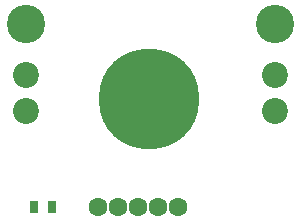
<source format=gts>
G04*
G04 #@! TF.GenerationSoftware,Altium Limited,Altium Designer,18.1.6 (161)*
G04*
G04 Layer_Color=8388736*
%FSLAX44Y44*%
%MOMM*%
G71*
G01*
G75*
%ADD11R,0.7000X1.0000*%
%ADD12C,1.6000*%
%ADD13C,2.2000*%
%ADD14C,3.2480*%
%ADD15C,8.5000*%
D11*
X336670Y1061720D02*
D03*
X351670D02*
D03*
D12*
X390670D02*
D03*
X441670D02*
D03*
X458670D02*
D03*
X424670D02*
D03*
X407670D02*
D03*
D13*
X330200Y1143508D02*
D03*
Y1173480D02*
D03*
X541020Y1143508D02*
D03*
Y1173480D02*
D03*
D14*
X330200Y1216660D02*
D03*
X541020D02*
D03*
D15*
X434340Y1153160D02*
D03*
M02*

</source>
